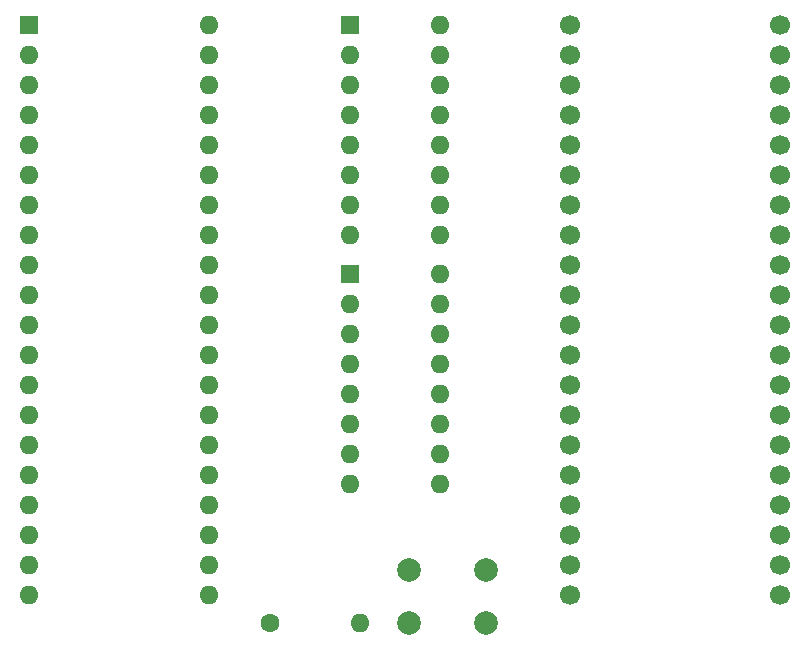
<source format=gbr>
%TF.GenerationSoftware,KiCad,Pcbnew,(6.0.8)*%
%TF.CreationDate,2022-11-05T16:02:49+08:00*%
%TF.ProjectId,pico_apple1,7069636f-5f61-4707-906c-65312e6b6963,rev?*%
%TF.SameCoordinates,Original*%
%TF.FileFunction,Soldermask,Top*%
%TF.FilePolarity,Negative*%
%FSLAX46Y46*%
G04 Gerber Fmt 4.6, Leading zero omitted, Abs format (unit mm)*
G04 Created by KiCad (PCBNEW (6.0.8)) date 2022-11-05 16:02:49*
%MOMM*%
%LPD*%
G01*
G04 APERTURE LIST*
%ADD10C,1.700000*%
%ADD11O,1.600000X1.600000*%
%ADD12R,1.600000X1.600000*%
%ADD13C,2.000000*%
%ADD14C,1.600000*%
G04 APERTURE END LIST*
D10*
%TO.C,U4*%
X77724000Y-40949000D03*
X77724000Y-43489000D03*
X77724000Y-46029000D03*
X77724000Y-48569000D03*
X77724000Y-51109000D03*
X77724000Y-53649000D03*
X77724000Y-56189000D03*
X77724000Y-58729000D03*
X77724000Y-61269000D03*
X77724000Y-63809000D03*
X77724000Y-66349000D03*
X77724000Y-68889000D03*
X77724000Y-71429000D03*
X77724000Y-73969000D03*
X77724000Y-76509000D03*
X77724000Y-79049000D03*
X77724000Y-81589000D03*
X77724000Y-84129000D03*
X77724000Y-86669000D03*
X77724000Y-89209000D03*
X95504000Y-89209000D03*
X95504000Y-86669000D03*
X95504000Y-84129000D03*
X95504000Y-81589000D03*
X95504000Y-79049000D03*
X95504000Y-76509000D03*
X95504000Y-73969000D03*
X95504000Y-71429000D03*
X95504000Y-68889000D03*
X95504000Y-66349000D03*
X95504000Y-63809000D03*
X95504000Y-61269000D03*
X95504000Y-58729000D03*
X95504000Y-56189000D03*
X95504000Y-53649000D03*
X95504000Y-51109000D03*
X95504000Y-48569000D03*
X95504000Y-46029000D03*
X95504000Y-43489000D03*
X95504000Y-40949000D03*
%TD*%
D11*
%TO.C,U3*%
X66685000Y-61991000D03*
X66685000Y-64531000D03*
X66685000Y-67071000D03*
X66685000Y-69611000D03*
X66685000Y-72151000D03*
X66685000Y-74691000D03*
X66685000Y-77231000D03*
X66685000Y-79771000D03*
X59065000Y-79771000D03*
X59065000Y-77231000D03*
X59065000Y-74691000D03*
X59065000Y-72151000D03*
X59065000Y-69611000D03*
X59065000Y-67071000D03*
X59065000Y-64531000D03*
D12*
X59065000Y-61991000D03*
%TD*%
%TO.C,U2*%
X59065000Y-40899000D03*
D11*
X59065000Y-43439000D03*
X59065000Y-45979000D03*
X59065000Y-48519000D03*
X59065000Y-51059000D03*
X59065000Y-53599000D03*
X59065000Y-56139000D03*
X59065000Y-58679000D03*
X66685000Y-58679000D03*
X66685000Y-56139000D03*
X66685000Y-53599000D03*
X66685000Y-51059000D03*
X66685000Y-48519000D03*
X66685000Y-45979000D03*
X66685000Y-43439000D03*
X66685000Y-40899000D03*
%TD*%
D12*
%TO.C,U1*%
X31872000Y-40899000D03*
D11*
X31872000Y-43439000D03*
X31872000Y-45979000D03*
X31872000Y-48519000D03*
X31872000Y-51059000D03*
X31872000Y-53599000D03*
X31872000Y-56139000D03*
X31872000Y-58679000D03*
X31872000Y-61219000D03*
X31872000Y-63759000D03*
X31872000Y-66299000D03*
X31872000Y-68839000D03*
X31872000Y-71379000D03*
X31872000Y-73919000D03*
X31872000Y-76459000D03*
X31872000Y-78999000D03*
X31872000Y-81539000D03*
X31872000Y-84079000D03*
X31872000Y-86619000D03*
X31872000Y-89159000D03*
X47112000Y-89159000D03*
X47112000Y-86619000D03*
X47112000Y-84079000D03*
X47112000Y-81539000D03*
X47112000Y-78999000D03*
X47112000Y-76459000D03*
X47112000Y-73919000D03*
X47112000Y-71379000D03*
X47112000Y-68839000D03*
X47112000Y-66299000D03*
X47112000Y-63759000D03*
X47112000Y-61219000D03*
X47112000Y-58679000D03*
X47112000Y-56139000D03*
X47112000Y-53599000D03*
X47112000Y-51059000D03*
X47112000Y-48519000D03*
X47112000Y-45979000D03*
X47112000Y-43439000D03*
X47112000Y-40899000D03*
%TD*%
D13*
%TO.C,SW1*%
X70560000Y-91531000D03*
X64060000Y-91531000D03*
X70560000Y-87031000D03*
X64060000Y-87031000D03*
%TD*%
D11*
%TO.C,R1*%
X59944000Y-91567000D03*
D14*
X52324000Y-91567000D03*
%TD*%
M02*

</source>
